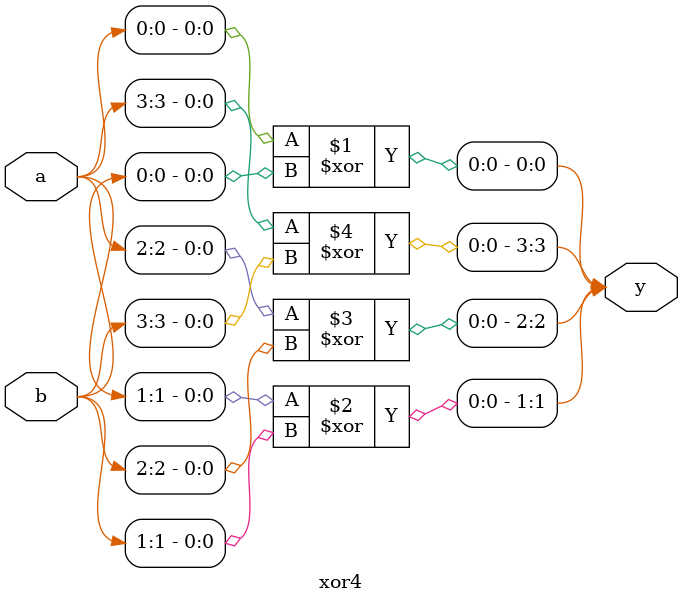
<source format=v>
module xor4(input [3:0] a, input [3:0] b, output signed [3:0] y);
//  assign y = a ^ b;
	xor(y[0],a[0],b[0]);
	xor(y[1],a[1],b[1]);
	xor(y[2],a[2],b[2]);
	xor(y[3],a[3],b[3]);
endmodule

</source>
